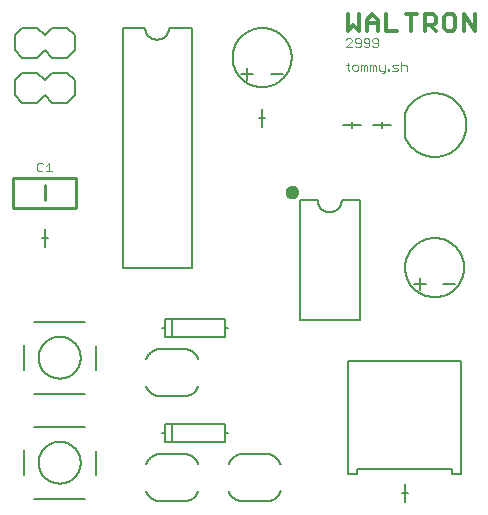
<source format=gto>
G75*
%MOIN*%
%OFA0B0*%
%FSLAX25Y25*%
%IPPOS*%
%LPD*%
%AMOC8*
5,1,8,0,0,1.08239X$1,22.5*
%
%ADD10C,0.00300*%
%ADD11C,0.01400*%
%ADD12C,0.00800*%
%ADD13C,0.01000*%
%ADD14C,0.00600*%
%ADD15C,0.00500*%
D10*
X0024045Y0123034D02*
X0025013Y0123034D01*
X0025497Y0123517D01*
X0026508Y0123034D02*
X0028443Y0123034D01*
X0027476Y0123034D02*
X0027476Y0125936D01*
X0026508Y0124969D01*
X0025497Y0125452D02*
X0025013Y0125936D01*
X0024045Y0125936D01*
X0023562Y0125452D01*
X0023562Y0123517D01*
X0024045Y0123034D01*
X0126414Y0164462D02*
X0128349Y0166397D01*
X0128349Y0166881D01*
X0127866Y0167365D01*
X0126898Y0167365D01*
X0126414Y0166881D01*
X0126414Y0164462D02*
X0128349Y0164462D01*
X0129361Y0164946D02*
X0129845Y0164462D01*
X0130812Y0164462D01*
X0131296Y0164946D01*
X0131296Y0166881D01*
X0130812Y0167365D01*
X0129845Y0167365D01*
X0129361Y0166881D01*
X0129361Y0166397D01*
X0129845Y0165913D01*
X0131296Y0165913D01*
X0132308Y0166397D02*
X0132791Y0165913D01*
X0134242Y0165913D01*
X0134242Y0164946D02*
X0134242Y0166881D01*
X0133759Y0167365D01*
X0132791Y0167365D01*
X0132308Y0166881D01*
X0132308Y0166397D01*
X0132308Y0164946D02*
X0132791Y0164462D01*
X0133759Y0164462D01*
X0134242Y0164946D01*
X0135254Y0164946D02*
X0135738Y0164462D01*
X0136705Y0164462D01*
X0137189Y0164946D01*
X0137189Y0166881D01*
X0136705Y0167365D01*
X0135738Y0167365D01*
X0135254Y0166881D01*
X0135254Y0166397D01*
X0135738Y0165913D01*
X0137189Y0165913D01*
X0137418Y0158592D02*
X0137418Y0157141D01*
X0137902Y0156657D01*
X0139353Y0156657D01*
X0139353Y0156173D02*
X0138870Y0155689D01*
X0138386Y0155689D01*
X0139353Y0156173D02*
X0139353Y0158592D01*
X0140365Y0157141D02*
X0140849Y0157141D01*
X0140849Y0156657D01*
X0140365Y0156657D01*
X0140365Y0157141D01*
X0141838Y0156657D02*
X0143289Y0156657D01*
X0143773Y0157141D01*
X0143289Y0157624D01*
X0142322Y0157624D01*
X0141838Y0158108D01*
X0142322Y0158592D01*
X0143773Y0158592D01*
X0144785Y0158108D02*
X0145269Y0158592D01*
X0146236Y0158592D01*
X0146720Y0158108D01*
X0146720Y0156657D01*
X0144785Y0156657D02*
X0144785Y0159559D01*
X0136407Y0158108D02*
X0136407Y0156657D01*
X0135439Y0156657D02*
X0135439Y0158108D01*
X0135923Y0158592D01*
X0136407Y0158108D01*
X0135439Y0158108D02*
X0134956Y0158592D01*
X0134472Y0158592D01*
X0134472Y0156657D01*
X0133460Y0156657D02*
X0133460Y0158108D01*
X0132977Y0158592D01*
X0132493Y0158108D01*
X0132493Y0156657D01*
X0131525Y0156657D02*
X0131525Y0158592D01*
X0132009Y0158592D01*
X0132493Y0158108D01*
X0130514Y0158108D02*
X0130030Y0158592D01*
X0129063Y0158592D01*
X0128579Y0158108D01*
X0128579Y0157141D01*
X0129063Y0156657D01*
X0130030Y0156657D01*
X0130514Y0157141D01*
X0130514Y0158108D01*
X0127582Y0158592D02*
X0126615Y0158592D01*
X0127098Y0159076D02*
X0127098Y0157141D01*
X0127582Y0156657D01*
D11*
X0126964Y0169815D02*
X0128833Y0171684D01*
X0130701Y0169815D01*
X0130701Y0175420D01*
X0133410Y0173552D02*
X0135278Y0175420D01*
X0137146Y0173552D01*
X0137146Y0169815D01*
X0139855Y0169815D02*
X0143592Y0169815D01*
X0139855Y0169815D02*
X0139855Y0175420D01*
X0137146Y0172618D02*
X0133410Y0172618D01*
X0133410Y0173552D02*
X0133410Y0169815D01*
X0126964Y0169815D02*
X0126964Y0175420D01*
X0146301Y0175420D02*
X0150037Y0175420D01*
X0152746Y0175420D02*
X0155549Y0175420D01*
X0156483Y0174486D01*
X0156483Y0172618D01*
X0155549Y0171684D01*
X0152746Y0171684D01*
X0152746Y0169815D02*
X0152746Y0175420D01*
X0154615Y0171684D02*
X0156483Y0169815D01*
X0159192Y0170750D02*
X0160126Y0169815D01*
X0161994Y0169815D01*
X0162928Y0170750D01*
X0162928Y0174486D01*
X0161994Y0175420D01*
X0160126Y0175420D01*
X0159192Y0174486D01*
X0159192Y0170750D01*
X0165637Y0169815D02*
X0165637Y0175420D01*
X0169374Y0169815D01*
X0169374Y0175420D01*
X0148169Y0175420D02*
X0148169Y0169815D01*
D12*
X0019000Y0030047D02*
X0019000Y0022000D01*
X0022500Y0014000D02*
X0039500Y0014000D01*
X0043000Y0022000D02*
X0043000Y0029929D01*
X0039500Y0038000D02*
X0022500Y0038000D01*
X0022500Y0049000D02*
X0039500Y0049000D01*
X0043000Y0057000D02*
X0043000Y0064929D01*
X0039500Y0073000D02*
X0022500Y0073000D01*
X0019000Y0065047D02*
X0019000Y0057000D01*
X0024000Y0061000D02*
X0024002Y0061172D01*
X0024008Y0061343D01*
X0024019Y0061515D01*
X0024034Y0061686D01*
X0024053Y0061857D01*
X0024076Y0062027D01*
X0024103Y0062197D01*
X0024135Y0062366D01*
X0024170Y0062534D01*
X0024210Y0062701D01*
X0024254Y0062867D01*
X0024301Y0063032D01*
X0024353Y0063196D01*
X0024409Y0063358D01*
X0024469Y0063519D01*
X0024533Y0063679D01*
X0024601Y0063837D01*
X0024672Y0063993D01*
X0024747Y0064147D01*
X0024827Y0064300D01*
X0024909Y0064450D01*
X0024996Y0064599D01*
X0025086Y0064745D01*
X0025180Y0064889D01*
X0025277Y0065031D01*
X0025378Y0065170D01*
X0025482Y0065307D01*
X0025589Y0065441D01*
X0025700Y0065572D01*
X0025813Y0065701D01*
X0025930Y0065827D01*
X0026050Y0065950D01*
X0026173Y0066070D01*
X0026299Y0066187D01*
X0026428Y0066300D01*
X0026559Y0066411D01*
X0026693Y0066518D01*
X0026830Y0066622D01*
X0026969Y0066723D01*
X0027111Y0066820D01*
X0027255Y0066914D01*
X0027401Y0067004D01*
X0027550Y0067091D01*
X0027700Y0067173D01*
X0027853Y0067253D01*
X0028007Y0067328D01*
X0028163Y0067399D01*
X0028321Y0067467D01*
X0028481Y0067531D01*
X0028642Y0067591D01*
X0028804Y0067647D01*
X0028968Y0067699D01*
X0029133Y0067746D01*
X0029299Y0067790D01*
X0029466Y0067830D01*
X0029634Y0067865D01*
X0029803Y0067897D01*
X0029973Y0067924D01*
X0030143Y0067947D01*
X0030314Y0067966D01*
X0030485Y0067981D01*
X0030657Y0067992D01*
X0030828Y0067998D01*
X0031000Y0068000D01*
X0031172Y0067998D01*
X0031343Y0067992D01*
X0031515Y0067981D01*
X0031686Y0067966D01*
X0031857Y0067947D01*
X0032027Y0067924D01*
X0032197Y0067897D01*
X0032366Y0067865D01*
X0032534Y0067830D01*
X0032701Y0067790D01*
X0032867Y0067746D01*
X0033032Y0067699D01*
X0033196Y0067647D01*
X0033358Y0067591D01*
X0033519Y0067531D01*
X0033679Y0067467D01*
X0033837Y0067399D01*
X0033993Y0067328D01*
X0034147Y0067253D01*
X0034300Y0067173D01*
X0034450Y0067091D01*
X0034599Y0067004D01*
X0034745Y0066914D01*
X0034889Y0066820D01*
X0035031Y0066723D01*
X0035170Y0066622D01*
X0035307Y0066518D01*
X0035441Y0066411D01*
X0035572Y0066300D01*
X0035701Y0066187D01*
X0035827Y0066070D01*
X0035950Y0065950D01*
X0036070Y0065827D01*
X0036187Y0065701D01*
X0036300Y0065572D01*
X0036411Y0065441D01*
X0036518Y0065307D01*
X0036622Y0065170D01*
X0036723Y0065031D01*
X0036820Y0064889D01*
X0036914Y0064745D01*
X0037004Y0064599D01*
X0037091Y0064450D01*
X0037173Y0064300D01*
X0037253Y0064147D01*
X0037328Y0063993D01*
X0037399Y0063837D01*
X0037467Y0063679D01*
X0037531Y0063519D01*
X0037591Y0063358D01*
X0037647Y0063196D01*
X0037699Y0063032D01*
X0037746Y0062867D01*
X0037790Y0062701D01*
X0037830Y0062534D01*
X0037865Y0062366D01*
X0037897Y0062197D01*
X0037924Y0062027D01*
X0037947Y0061857D01*
X0037966Y0061686D01*
X0037981Y0061515D01*
X0037992Y0061343D01*
X0037998Y0061172D01*
X0038000Y0061000D01*
X0037998Y0060828D01*
X0037992Y0060657D01*
X0037981Y0060485D01*
X0037966Y0060314D01*
X0037947Y0060143D01*
X0037924Y0059973D01*
X0037897Y0059803D01*
X0037865Y0059634D01*
X0037830Y0059466D01*
X0037790Y0059299D01*
X0037746Y0059133D01*
X0037699Y0058968D01*
X0037647Y0058804D01*
X0037591Y0058642D01*
X0037531Y0058481D01*
X0037467Y0058321D01*
X0037399Y0058163D01*
X0037328Y0058007D01*
X0037253Y0057853D01*
X0037173Y0057700D01*
X0037091Y0057550D01*
X0037004Y0057401D01*
X0036914Y0057255D01*
X0036820Y0057111D01*
X0036723Y0056969D01*
X0036622Y0056830D01*
X0036518Y0056693D01*
X0036411Y0056559D01*
X0036300Y0056428D01*
X0036187Y0056299D01*
X0036070Y0056173D01*
X0035950Y0056050D01*
X0035827Y0055930D01*
X0035701Y0055813D01*
X0035572Y0055700D01*
X0035441Y0055589D01*
X0035307Y0055482D01*
X0035170Y0055378D01*
X0035031Y0055277D01*
X0034889Y0055180D01*
X0034745Y0055086D01*
X0034599Y0054996D01*
X0034450Y0054909D01*
X0034300Y0054827D01*
X0034147Y0054747D01*
X0033993Y0054672D01*
X0033837Y0054601D01*
X0033679Y0054533D01*
X0033519Y0054469D01*
X0033358Y0054409D01*
X0033196Y0054353D01*
X0033032Y0054301D01*
X0032867Y0054254D01*
X0032701Y0054210D01*
X0032534Y0054170D01*
X0032366Y0054135D01*
X0032197Y0054103D01*
X0032027Y0054076D01*
X0031857Y0054053D01*
X0031686Y0054034D01*
X0031515Y0054019D01*
X0031343Y0054008D01*
X0031172Y0054002D01*
X0031000Y0054000D01*
X0030828Y0054002D01*
X0030657Y0054008D01*
X0030485Y0054019D01*
X0030314Y0054034D01*
X0030143Y0054053D01*
X0029973Y0054076D01*
X0029803Y0054103D01*
X0029634Y0054135D01*
X0029466Y0054170D01*
X0029299Y0054210D01*
X0029133Y0054254D01*
X0028968Y0054301D01*
X0028804Y0054353D01*
X0028642Y0054409D01*
X0028481Y0054469D01*
X0028321Y0054533D01*
X0028163Y0054601D01*
X0028007Y0054672D01*
X0027853Y0054747D01*
X0027700Y0054827D01*
X0027550Y0054909D01*
X0027401Y0054996D01*
X0027255Y0055086D01*
X0027111Y0055180D01*
X0026969Y0055277D01*
X0026830Y0055378D01*
X0026693Y0055482D01*
X0026559Y0055589D01*
X0026428Y0055700D01*
X0026299Y0055813D01*
X0026173Y0055930D01*
X0026050Y0056050D01*
X0025930Y0056173D01*
X0025813Y0056299D01*
X0025700Y0056428D01*
X0025589Y0056559D01*
X0025482Y0056693D01*
X0025378Y0056830D01*
X0025277Y0056969D01*
X0025180Y0057111D01*
X0025086Y0057255D01*
X0024996Y0057401D01*
X0024909Y0057550D01*
X0024827Y0057700D01*
X0024747Y0057853D01*
X0024672Y0058007D01*
X0024601Y0058163D01*
X0024533Y0058321D01*
X0024469Y0058481D01*
X0024409Y0058642D01*
X0024353Y0058804D01*
X0024301Y0058968D01*
X0024254Y0059133D01*
X0024210Y0059299D01*
X0024170Y0059466D01*
X0024135Y0059634D01*
X0024103Y0059803D01*
X0024076Y0059973D01*
X0024053Y0060143D01*
X0024034Y0060314D01*
X0024019Y0060485D01*
X0024008Y0060657D01*
X0024002Y0060828D01*
X0024000Y0061000D01*
X0024000Y0026000D02*
X0024002Y0026172D01*
X0024008Y0026343D01*
X0024019Y0026515D01*
X0024034Y0026686D01*
X0024053Y0026857D01*
X0024076Y0027027D01*
X0024103Y0027197D01*
X0024135Y0027366D01*
X0024170Y0027534D01*
X0024210Y0027701D01*
X0024254Y0027867D01*
X0024301Y0028032D01*
X0024353Y0028196D01*
X0024409Y0028358D01*
X0024469Y0028519D01*
X0024533Y0028679D01*
X0024601Y0028837D01*
X0024672Y0028993D01*
X0024747Y0029147D01*
X0024827Y0029300D01*
X0024909Y0029450D01*
X0024996Y0029599D01*
X0025086Y0029745D01*
X0025180Y0029889D01*
X0025277Y0030031D01*
X0025378Y0030170D01*
X0025482Y0030307D01*
X0025589Y0030441D01*
X0025700Y0030572D01*
X0025813Y0030701D01*
X0025930Y0030827D01*
X0026050Y0030950D01*
X0026173Y0031070D01*
X0026299Y0031187D01*
X0026428Y0031300D01*
X0026559Y0031411D01*
X0026693Y0031518D01*
X0026830Y0031622D01*
X0026969Y0031723D01*
X0027111Y0031820D01*
X0027255Y0031914D01*
X0027401Y0032004D01*
X0027550Y0032091D01*
X0027700Y0032173D01*
X0027853Y0032253D01*
X0028007Y0032328D01*
X0028163Y0032399D01*
X0028321Y0032467D01*
X0028481Y0032531D01*
X0028642Y0032591D01*
X0028804Y0032647D01*
X0028968Y0032699D01*
X0029133Y0032746D01*
X0029299Y0032790D01*
X0029466Y0032830D01*
X0029634Y0032865D01*
X0029803Y0032897D01*
X0029973Y0032924D01*
X0030143Y0032947D01*
X0030314Y0032966D01*
X0030485Y0032981D01*
X0030657Y0032992D01*
X0030828Y0032998D01*
X0031000Y0033000D01*
X0031172Y0032998D01*
X0031343Y0032992D01*
X0031515Y0032981D01*
X0031686Y0032966D01*
X0031857Y0032947D01*
X0032027Y0032924D01*
X0032197Y0032897D01*
X0032366Y0032865D01*
X0032534Y0032830D01*
X0032701Y0032790D01*
X0032867Y0032746D01*
X0033032Y0032699D01*
X0033196Y0032647D01*
X0033358Y0032591D01*
X0033519Y0032531D01*
X0033679Y0032467D01*
X0033837Y0032399D01*
X0033993Y0032328D01*
X0034147Y0032253D01*
X0034300Y0032173D01*
X0034450Y0032091D01*
X0034599Y0032004D01*
X0034745Y0031914D01*
X0034889Y0031820D01*
X0035031Y0031723D01*
X0035170Y0031622D01*
X0035307Y0031518D01*
X0035441Y0031411D01*
X0035572Y0031300D01*
X0035701Y0031187D01*
X0035827Y0031070D01*
X0035950Y0030950D01*
X0036070Y0030827D01*
X0036187Y0030701D01*
X0036300Y0030572D01*
X0036411Y0030441D01*
X0036518Y0030307D01*
X0036622Y0030170D01*
X0036723Y0030031D01*
X0036820Y0029889D01*
X0036914Y0029745D01*
X0037004Y0029599D01*
X0037091Y0029450D01*
X0037173Y0029300D01*
X0037253Y0029147D01*
X0037328Y0028993D01*
X0037399Y0028837D01*
X0037467Y0028679D01*
X0037531Y0028519D01*
X0037591Y0028358D01*
X0037647Y0028196D01*
X0037699Y0028032D01*
X0037746Y0027867D01*
X0037790Y0027701D01*
X0037830Y0027534D01*
X0037865Y0027366D01*
X0037897Y0027197D01*
X0037924Y0027027D01*
X0037947Y0026857D01*
X0037966Y0026686D01*
X0037981Y0026515D01*
X0037992Y0026343D01*
X0037998Y0026172D01*
X0038000Y0026000D01*
X0037998Y0025828D01*
X0037992Y0025657D01*
X0037981Y0025485D01*
X0037966Y0025314D01*
X0037947Y0025143D01*
X0037924Y0024973D01*
X0037897Y0024803D01*
X0037865Y0024634D01*
X0037830Y0024466D01*
X0037790Y0024299D01*
X0037746Y0024133D01*
X0037699Y0023968D01*
X0037647Y0023804D01*
X0037591Y0023642D01*
X0037531Y0023481D01*
X0037467Y0023321D01*
X0037399Y0023163D01*
X0037328Y0023007D01*
X0037253Y0022853D01*
X0037173Y0022700D01*
X0037091Y0022550D01*
X0037004Y0022401D01*
X0036914Y0022255D01*
X0036820Y0022111D01*
X0036723Y0021969D01*
X0036622Y0021830D01*
X0036518Y0021693D01*
X0036411Y0021559D01*
X0036300Y0021428D01*
X0036187Y0021299D01*
X0036070Y0021173D01*
X0035950Y0021050D01*
X0035827Y0020930D01*
X0035701Y0020813D01*
X0035572Y0020700D01*
X0035441Y0020589D01*
X0035307Y0020482D01*
X0035170Y0020378D01*
X0035031Y0020277D01*
X0034889Y0020180D01*
X0034745Y0020086D01*
X0034599Y0019996D01*
X0034450Y0019909D01*
X0034300Y0019827D01*
X0034147Y0019747D01*
X0033993Y0019672D01*
X0033837Y0019601D01*
X0033679Y0019533D01*
X0033519Y0019469D01*
X0033358Y0019409D01*
X0033196Y0019353D01*
X0033032Y0019301D01*
X0032867Y0019254D01*
X0032701Y0019210D01*
X0032534Y0019170D01*
X0032366Y0019135D01*
X0032197Y0019103D01*
X0032027Y0019076D01*
X0031857Y0019053D01*
X0031686Y0019034D01*
X0031515Y0019019D01*
X0031343Y0019008D01*
X0031172Y0019002D01*
X0031000Y0019000D01*
X0030828Y0019002D01*
X0030657Y0019008D01*
X0030485Y0019019D01*
X0030314Y0019034D01*
X0030143Y0019053D01*
X0029973Y0019076D01*
X0029803Y0019103D01*
X0029634Y0019135D01*
X0029466Y0019170D01*
X0029299Y0019210D01*
X0029133Y0019254D01*
X0028968Y0019301D01*
X0028804Y0019353D01*
X0028642Y0019409D01*
X0028481Y0019469D01*
X0028321Y0019533D01*
X0028163Y0019601D01*
X0028007Y0019672D01*
X0027853Y0019747D01*
X0027700Y0019827D01*
X0027550Y0019909D01*
X0027401Y0019996D01*
X0027255Y0020086D01*
X0027111Y0020180D01*
X0026969Y0020277D01*
X0026830Y0020378D01*
X0026693Y0020482D01*
X0026559Y0020589D01*
X0026428Y0020700D01*
X0026299Y0020813D01*
X0026173Y0020930D01*
X0026050Y0021050D01*
X0025930Y0021173D01*
X0025813Y0021299D01*
X0025700Y0021428D01*
X0025589Y0021559D01*
X0025482Y0021693D01*
X0025378Y0021830D01*
X0025277Y0021969D01*
X0025180Y0022111D01*
X0025086Y0022255D01*
X0024996Y0022401D01*
X0024909Y0022550D01*
X0024827Y0022700D01*
X0024747Y0022853D01*
X0024672Y0023007D01*
X0024601Y0023163D01*
X0024533Y0023321D01*
X0024469Y0023481D01*
X0024409Y0023642D01*
X0024353Y0023804D01*
X0024301Y0023968D01*
X0024254Y0024133D01*
X0024210Y0024299D01*
X0024170Y0024466D01*
X0024135Y0024634D01*
X0024103Y0024803D01*
X0024076Y0024973D01*
X0024053Y0025143D01*
X0024034Y0025314D01*
X0024019Y0025485D01*
X0024008Y0025657D01*
X0024002Y0025828D01*
X0024000Y0026000D01*
X0059844Y0025443D02*
X0059888Y0025575D01*
X0059936Y0025705D01*
X0059987Y0025834D01*
X0060042Y0025961D01*
X0060101Y0026087D01*
X0060163Y0026211D01*
X0060228Y0026334D01*
X0060297Y0026454D01*
X0060369Y0026572D01*
X0060445Y0026689D01*
X0060524Y0026803D01*
X0060606Y0026915D01*
X0060691Y0027024D01*
X0060779Y0027132D01*
X0060870Y0027236D01*
X0060964Y0027338D01*
X0061061Y0027437D01*
X0061161Y0027534D01*
X0061263Y0027628D01*
X0061368Y0027718D01*
X0061475Y0027806D01*
X0061585Y0027891D01*
X0061697Y0027972D01*
X0061812Y0028051D01*
X0061928Y0028126D01*
X0062047Y0028198D01*
X0062168Y0028266D01*
X0062290Y0028331D01*
X0062415Y0028393D01*
X0062541Y0028451D01*
X0062668Y0028505D01*
X0062797Y0028556D01*
X0062928Y0028603D01*
X0063060Y0028647D01*
X0063192Y0028687D01*
X0063326Y0028723D01*
X0063461Y0028755D01*
X0063597Y0028783D01*
X0063734Y0028808D01*
X0063871Y0028829D01*
X0064009Y0028845D01*
X0064147Y0028858D01*
X0064285Y0028868D01*
X0064424Y0028873D01*
X0064562Y0028874D01*
X0064563Y0028874D02*
X0072437Y0028874D01*
X0072575Y0028873D01*
X0072714Y0028868D01*
X0072852Y0028858D01*
X0072990Y0028845D01*
X0073128Y0028829D01*
X0073265Y0028808D01*
X0073402Y0028783D01*
X0073538Y0028755D01*
X0073673Y0028723D01*
X0073807Y0028687D01*
X0073939Y0028647D01*
X0074071Y0028603D01*
X0074202Y0028556D01*
X0074331Y0028505D01*
X0074458Y0028451D01*
X0074584Y0028393D01*
X0074709Y0028331D01*
X0074831Y0028266D01*
X0074952Y0028198D01*
X0075071Y0028126D01*
X0075187Y0028051D01*
X0075302Y0027972D01*
X0075414Y0027891D01*
X0075524Y0027806D01*
X0075631Y0027718D01*
X0075736Y0027628D01*
X0075838Y0027534D01*
X0075938Y0027437D01*
X0076035Y0027338D01*
X0076129Y0027236D01*
X0076220Y0027132D01*
X0076308Y0027024D01*
X0076393Y0026915D01*
X0076475Y0026803D01*
X0076554Y0026689D01*
X0076630Y0026572D01*
X0076702Y0026454D01*
X0076771Y0026334D01*
X0076836Y0026211D01*
X0076898Y0026087D01*
X0076957Y0025961D01*
X0077012Y0025834D01*
X0077063Y0025705D01*
X0077111Y0025575D01*
X0077155Y0025443D01*
X0077155Y0016557D02*
X0077111Y0016425D01*
X0077063Y0016295D01*
X0077012Y0016166D01*
X0076957Y0016039D01*
X0076898Y0015913D01*
X0076836Y0015789D01*
X0076771Y0015666D01*
X0076702Y0015546D01*
X0076630Y0015428D01*
X0076554Y0015311D01*
X0076475Y0015197D01*
X0076393Y0015085D01*
X0076308Y0014976D01*
X0076220Y0014868D01*
X0076129Y0014764D01*
X0076035Y0014662D01*
X0075938Y0014563D01*
X0075838Y0014466D01*
X0075736Y0014372D01*
X0075631Y0014282D01*
X0075524Y0014194D01*
X0075414Y0014109D01*
X0075302Y0014028D01*
X0075187Y0013949D01*
X0075071Y0013874D01*
X0074952Y0013802D01*
X0074831Y0013734D01*
X0074709Y0013669D01*
X0074584Y0013607D01*
X0074458Y0013549D01*
X0074331Y0013495D01*
X0074202Y0013444D01*
X0074071Y0013397D01*
X0073939Y0013353D01*
X0073807Y0013313D01*
X0073673Y0013277D01*
X0073538Y0013245D01*
X0073402Y0013217D01*
X0073265Y0013192D01*
X0073128Y0013171D01*
X0072990Y0013155D01*
X0072852Y0013142D01*
X0072714Y0013132D01*
X0072575Y0013127D01*
X0072437Y0013126D01*
X0064563Y0013126D01*
X0064562Y0013126D02*
X0064424Y0013127D01*
X0064285Y0013132D01*
X0064147Y0013142D01*
X0064009Y0013155D01*
X0063871Y0013171D01*
X0063734Y0013192D01*
X0063597Y0013217D01*
X0063461Y0013245D01*
X0063326Y0013277D01*
X0063192Y0013313D01*
X0063060Y0013353D01*
X0062928Y0013397D01*
X0062797Y0013444D01*
X0062668Y0013495D01*
X0062541Y0013549D01*
X0062415Y0013607D01*
X0062290Y0013669D01*
X0062168Y0013734D01*
X0062047Y0013802D01*
X0061928Y0013874D01*
X0061812Y0013949D01*
X0061697Y0014028D01*
X0061585Y0014109D01*
X0061475Y0014194D01*
X0061368Y0014282D01*
X0061263Y0014372D01*
X0061161Y0014466D01*
X0061061Y0014563D01*
X0060964Y0014662D01*
X0060870Y0014764D01*
X0060779Y0014868D01*
X0060691Y0014976D01*
X0060606Y0015085D01*
X0060524Y0015197D01*
X0060445Y0015311D01*
X0060369Y0015428D01*
X0060297Y0015546D01*
X0060228Y0015666D01*
X0060163Y0015789D01*
X0060101Y0015913D01*
X0060042Y0016039D01*
X0059987Y0016166D01*
X0059936Y0016295D01*
X0059888Y0016425D01*
X0059844Y0016557D01*
X0066000Y0033000D02*
X0066000Y0036000D01*
X0065000Y0036000D01*
X0066000Y0036000D02*
X0066000Y0039000D01*
X0086000Y0039000D01*
X0086000Y0036000D01*
X0087000Y0036000D01*
X0086000Y0036000D02*
X0086000Y0033000D01*
X0066000Y0033000D01*
X0068500Y0033500D02*
X0068500Y0038500D01*
X0072437Y0048126D02*
X0064563Y0048126D01*
X0064562Y0048126D02*
X0064424Y0048127D01*
X0064285Y0048132D01*
X0064147Y0048142D01*
X0064009Y0048155D01*
X0063871Y0048171D01*
X0063734Y0048192D01*
X0063597Y0048217D01*
X0063461Y0048245D01*
X0063326Y0048277D01*
X0063192Y0048313D01*
X0063060Y0048353D01*
X0062928Y0048397D01*
X0062797Y0048444D01*
X0062668Y0048495D01*
X0062541Y0048549D01*
X0062415Y0048607D01*
X0062290Y0048669D01*
X0062168Y0048734D01*
X0062047Y0048802D01*
X0061928Y0048874D01*
X0061812Y0048949D01*
X0061697Y0049028D01*
X0061585Y0049109D01*
X0061475Y0049194D01*
X0061368Y0049282D01*
X0061263Y0049372D01*
X0061161Y0049466D01*
X0061061Y0049563D01*
X0060964Y0049662D01*
X0060870Y0049764D01*
X0060779Y0049868D01*
X0060691Y0049976D01*
X0060606Y0050085D01*
X0060524Y0050197D01*
X0060445Y0050311D01*
X0060369Y0050428D01*
X0060297Y0050546D01*
X0060228Y0050666D01*
X0060163Y0050789D01*
X0060101Y0050913D01*
X0060042Y0051039D01*
X0059987Y0051166D01*
X0059936Y0051295D01*
X0059888Y0051425D01*
X0059844Y0051557D01*
X0059844Y0060443D02*
X0059888Y0060575D01*
X0059936Y0060705D01*
X0059987Y0060834D01*
X0060042Y0060961D01*
X0060101Y0061087D01*
X0060163Y0061211D01*
X0060228Y0061334D01*
X0060297Y0061454D01*
X0060369Y0061572D01*
X0060445Y0061689D01*
X0060524Y0061803D01*
X0060606Y0061915D01*
X0060691Y0062024D01*
X0060779Y0062132D01*
X0060870Y0062236D01*
X0060964Y0062338D01*
X0061061Y0062437D01*
X0061161Y0062534D01*
X0061263Y0062628D01*
X0061368Y0062718D01*
X0061475Y0062806D01*
X0061585Y0062891D01*
X0061697Y0062972D01*
X0061812Y0063051D01*
X0061928Y0063126D01*
X0062047Y0063198D01*
X0062168Y0063266D01*
X0062290Y0063331D01*
X0062415Y0063393D01*
X0062541Y0063451D01*
X0062668Y0063505D01*
X0062797Y0063556D01*
X0062928Y0063603D01*
X0063060Y0063647D01*
X0063192Y0063687D01*
X0063326Y0063723D01*
X0063461Y0063755D01*
X0063597Y0063783D01*
X0063734Y0063808D01*
X0063871Y0063829D01*
X0064009Y0063845D01*
X0064147Y0063858D01*
X0064285Y0063868D01*
X0064424Y0063873D01*
X0064562Y0063874D01*
X0064563Y0063874D02*
X0072437Y0063874D01*
X0072575Y0063873D01*
X0072714Y0063868D01*
X0072852Y0063858D01*
X0072990Y0063845D01*
X0073128Y0063829D01*
X0073265Y0063808D01*
X0073402Y0063783D01*
X0073538Y0063755D01*
X0073673Y0063723D01*
X0073807Y0063687D01*
X0073939Y0063647D01*
X0074071Y0063603D01*
X0074202Y0063556D01*
X0074331Y0063505D01*
X0074458Y0063451D01*
X0074584Y0063393D01*
X0074709Y0063331D01*
X0074831Y0063266D01*
X0074952Y0063198D01*
X0075071Y0063126D01*
X0075187Y0063051D01*
X0075302Y0062972D01*
X0075414Y0062891D01*
X0075524Y0062806D01*
X0075631Y0062718D01*
X0075736Y0062628D01*
X0075838Y0062534D01*
X0075938Y0062437D01*
X0076035Y0062338D01*
X0076129Y0062236D01*
X0076220Y0062132D01*
X0076308Y0062024D01*
X0076393Y0061915D01*
X0076475Y0061803D01*
X0076554Y0061689D01*
X0076630Y0061572D01*
X0076702Y0061454D01*
X0076771Y0061334D01*
X0076836Y0061211D01*
X0076898Y0061087D01*
X0076957Y0060961D01*
X0077012Y0060834D01*
X0077063Y0060705D01*
X0077111Y0060575D01*
X0077155Y0060443D01*
X0077155Y0051557D02*
X0077111Y0051425D01*
X0077063Y0051295D01*
X0077012Y0051166D01*
X0076957Y0051039D01*
X0076898Y0050913D01*
X0076836Y0050789D01*
X0076771Y0050666D01*
X0076702Y0050546D01*
X0076630Y0050428D01*
X0076554Y0050311D01*
X0076475Y0050197D01*
X0076393Y0050085D01*
X0076308Y0049976D01*
X0076220Y0049868D01*
X0076129Y0049764D01*
X0076035Y0049662D01*
X0075938Y0049563D01*
X0075838Y0049466D01*
X0075736Y0049372D01*
X0075631Y0049282D01*
X0075524Y0049194D01*
X0075414Y0049109D01*
X0075302Y0049028D01*
X0075187Y0048949D01*
X0075071Y0048874D01*
X0074952Y0048802D01*
X0074831Y0048734D01*
X0074709Y0048669D01*
X0074584Y0048607D01*
X0074458Y0048549D01*
X0074331Y0048495D01*
X0074202Y0048444D01*
X0074071Y0048397D01*
X0073939Y0048353D01*
X0073807Y0048313D01*
X0073673Y0048277D01*
X0073538Y0048245D01*
X0073402Y0048217D01*
X0073265Y0048192D01*
X0073128Y0048171D01*
X0072990Y0048155D01*
X0072852Y0048142D01*
X0072714Y0048132D01*
X0072575Y0048127D01*
X0072437Y0048126D01*
X0092063Y0028874D02*
X0099937Y0028874D01*
X0100075Y0028873D01*
X0100214Y0028868D01*
X0100352Y0028858D01*
X0100490Y0028845D01*
X0100628Y0028829D01*
X0100765Y0028808D01*
X0100902Y0028783D01*
X0101038Y0028755D01*
X0101173Y0028723D01*
X0101307Y0028687D01*
X0101439Y0028647D01*
X0101571Y0028603D01*
X0101702Y0028556D01*
X0101831Y0028505D01*
X0101958Y0028451D01*
X0102084Y0028393D01*
X0102209Y0028331D01*
X0102331Y0028266D01*
X0102452Y0028198D01*
X0102571Y0028126D01*
X0102687Y0028051D01*
X0102802Y0027972D01*
X0102914Y0027891D01*
X0103024Y0027806D01*
X0103131Y0027718D01*
X0103236Y0027628D01*
X0103338Y0027534D01*
X0103438Y0027437D01*
X0103535Y0027338D01*
X0103629Y0027236D01*
X0103720Y0027132D01*
X0103808Y0027024D01*
X0103893Y0026915D01*
X0103975Y0026803D01*
X0104054Y0026689D01*
X0104130Y0026572D01*
X0104202Y0026454D01*
X0104271Y0026334D01*
X0104336Y0026211D01*
X0104398Y0026087D01*
X0104457Y0025961D01*
X0104512Y0025834D01*
X0104563Y0025705D01*
X0104611Y0025575D01*
X0104655Y0025443D01*
X0104655Y0016557D02*
X0104611Y0016425D01*
X0104563Y0016295D01*
X0104512Y0016166D01*
X0104457Y0016039D01*
X0104398Y0015913D01*
X0104336Y0015789D01*
X0104271Y0015666D01*
X0104202Y0015546D01*
X0104130Y0015428D01*
X0104054Y0015311D01*
X0103975Y0015197D01*
X0103893Y0015085D01*
X0103808Y0014976D01*
X0103720Y0014868D01*
X0103629Y0014764D01*
X0103535Y0014662D01*
X0103438Y0014563D01*
X0103338Y0014466D01*
X0103236Y0014372D01*
X0103131Y0014282D01*
X0103024Y0014194D01*
X0102914Y0014109D01*
X0102802Y0014028D01*
X0102687Y0013949D01*
X0102571Y0013874D01*
X0102452Y0013802D01*
X0102331Y0013734D01*
X0102209Y0013669D01*
X0102084Y0013607D01*
X0101958Y0013549D01*
X0101831Y0013495D01*
X0101702Y0013444D01*
X0101571Y0013397D01*
X0101439Y0013353D01*
X0101307Y0013313D01*
X0101173Y0013277D01*
X0101038Y0013245D01*
X0100902Y0013217D01*
X0100765Y0013192D01*
X0100628Y0013171D01*
X0100490Y0013155D01*
X0100352Y0013142D01*
X0100214Y0013132D01*
X0100075Y0013127D01*
X0099937Y0013126D01*
X0092063Y0013126D01*
X0092062Y0013126D02*
X0091924Y0013127D01*
X0091785Y0013132D01*
X0091647Y0013142D01*
X0091509Y0013155D01*
X0091371Y0013171D01*
X0091234Y0013192D01*
X0091097Y0013217D01*
X0090961Y0013245D01*
X0090826Y0013277D01*
X0090692Y0013313D01*
X0090560Y0013353D01*
X0090428Y0013397D01*
X0090297Y0013444D01*
X0090168Y0013495D01*
X0090041Y0013549D01*
X0089915Y0013607D01*
X0089790Y0013669D01*
X0089668Y0013734D01*
X0089547Y0013802D01*
X0089428Y0013874D01*
X0089312Y0013949D01*
X0089197Y0014028D01*
X0089085Y0014109D01*
X0088975Y0014194D01*
X0088868Y0014282D01*
X0088763Y0014372D01*
X0088661Y0014466D01*
X0088561Y0014563D01*
X0088464Y0014662D01*
X0088370Y0014764D01*
X0088279Y0014868D01*
X0088191Y0014976D01*
X0088106Y0015085D01*
X0088024Y0015197D01*
X0087945Y0015311D01*
X0087869Y0015428D01*
X0087797Y0015546D01*
X0087728Y0015666D01*
X0087663Y0015789D01*
X0087601Y0015913D01*
X0087542Y0016039D01*
X0087487Y0016166D01*
X0087436Y0016295D01*
X0087388Y0016425D01*
X0087344Y0016557D01*
X0087344Y0025443D02*
X0087388Y0025575D01*
X0087436Y0025705D01*
X0087487Y0025834D01*
X0087542Y0025961D01*
X0087601Y0026087D01*
X0087663Y0026211D01*
X0087728Y0026334D01*
X0087797Y0026454D01*
X0087869Y0026572D01*
X0087945Y0026689D01*
X0088024Y0026803D01*
X0088106Y0026915D01*
X0088191Y0027024D01*
X0088279Y0027132D01*
X0088370Y0027236D01*
X0088464Y0027338D01*
X0088561Y0027437D01*
X0088661Y0027534D01*
X0088763Y0027628D01*
X0088868Y0027718D01*
X0088975Y0027806D01*
X0089085Y0027891D01*
X0089197Y0027972D01*
X0089312Y0028051D01*
X0089428Y0028126D01*
X0089547Y0028198D01*
X0089668Y0028266D01*
X0089790Y0028331D01*
X0089915Y0028393D01*
X0090041Y0028451D01*
X0090168Y0028505D01*
X0090297Y0028556D01*
X0090428Y0028603D01*
X0090560Y0028647D01*
X0090692Y0028687D01*
X0090826Y0028723D01*
X0090961Y0028755D01*
X0091097Y0028783D01*
X0091234Y0028808D01*
X0091371Y0028829D01*
X0091509Y0028845D01*
X0091647Y0028858D01*
X0091785Y0028868D01*
X0091924Y0028873D01*
X0092062Y0028874D01*
X0127240Y0022240D02*
X0127240Y0059760D01*
X0164760Y0059760D01*
X0164760Y0022240D01*
X0161748Y0022240D01*
X0161748Y0023815D01*
X0130252Y0023815D01*
X0130252Y0022240D01*
X0127240Y0022240D01*
X0145000Y0016000D02*
X0146000Y0016000D01*
X0147000Y0016000D01*
X0146000Y0016000D02*
X0146000Y0019000D01*
X0146000Y0016000D02*
X0146000Y0013000D01*
X0087000Y0071000D02*
X0086000Y0071000D01*
X0086000Y0068000D01*
X0066000Y0068000D01*
X0066000Y0071000D01*
X0065000Y0071000D01*
X0066000Y0071000D02*
X0066000Y0074000D01*
X0086000Y0074000D01*
X0086000Y0071000D01*
X0068500Y0068500D02*
X0068500Y0073500D01*
X0026000Y0098000D02*
X0026000Y0101000D01*
X0027000Y0101000D01*
X0026000Y0101000D02*
X0025000Y0101000D01*
X0026000Y0101000D02*
X0026000Y0104000D01*
X0023500Y0146000D02*
X0018500Y0146000D01*
X0016000Y0148500D01*
X0016000Y0153500D01*
X0018500Y0156000D01*
X0023500Y0156000D01*
X0026000Y0153500D01*
X0028500Y0156000D01*
X0033500Y0156000D01*
X0036000Y0153500D01*
X0036000Y0148500D01*
X0033500Y0146000D01*
X0028500Y0146000D01*
X0026000Y0148500D01*
X0023500Y0146000D01*
X0023500Y0161000D02*
X0018500Y0161000D01*
X0016000Y0163500D01*
X0016000Y0168500D01*
X0018500Y0171000D01*
X0023500Y0171000D01*
X0026000Y0168500D01*
X0028500Y0171000D01*
X0033500Y0171000D01*
X0036000Y0168500D01*
X0036000Y0163500D01*
X0033500Y0161000D01*
X0028500Y0161000D01*
X0026000Y0163500D01*
X0023500Y0161000D01*
X0091579Y0155500D02*
X0095579Y0155500D01*
X0093579Y0153500D02*
X0093579Y0157500D01*
X0088657Y0161000D02*
X0088660Y0161242D01*
X0088669Y0161483D01*
X0088684Y0161724D01*
X0088704Y0161965D01*
X0088731Y0162205D01*
X0088764Y0162444D01*
X0088802Y0162683D01*
X0088846Y0162920D01*
X0088896Y0163157D01*
X0088952Y0163392D01*
X0089014Y0163625D01*
X0089081Y0163857D01*
X0089154Y0164088D01*
X0089232Y0164316D01*
X0089317Y0164542D01*
X0089406Y0164767D01*
X0089501Y0164989D01*
X0089602Y0165208D01*
X0089708Y0165426D01*
X0089819Y0165640D01*
X0089936Y0165852D01*
X0090057Y0166060D01*
X0090184Y0166266D01*
X0090316Y0166468D01*
X0090453Y0166668D01*
X0090594Y0166863D01*
X0090740Y0167056D01*
X0090891Y0167244D01*
X0091047Y0167429D01*
X0091207Y0167610D01*
X0091371Y0167787D01*
X0091540Y0167960D01*
X0091713Y0168129D01*
X0091890Y0168293D01*
X0092071Y0168453D01*
X0092256Y0168609D01*
X0092444Y0168760D01*
X0092637Y0168906D01*
X0092832Y0169047D01*
X0093032Y0169184D01*
X0093234Y0169316D01*
X0093440Y0169443D01*
X0093648Y0169564D01*
X0093860Y0169681D01*
X0094074Y0169792D01*
X0094292Y0169898D01*
X0094511Y0169999D01*
X0094733Y0170094D01*
X0094958Y0170183D01*
X0095184Y0170268D01*
X0095412Y0170346D01*
X0095643Y0170419D01*
X0095875Y0170486D01*
X0096108Y0170548D01*
X0096343Y0170604D01*
X0096580Y0170654D01*
X0096817Y0170698D01*
X0097056Y0170736D01*
X0097295Y0170769D01*
X0097535Y0170796D01*
X0097776Y0170816D01*
X0098017Y0170831D01*
X0098258Y0170840D01*
X0098500Y0170843D01*
X0098742Y0170840D01*
X0098983Y0170831D01*
X0099224Y0170816D01*
X0099465Y0170796D01*
X0099705Y0170769D01*
X0099944Y0170736D01*
X0100183Y0170698D01*
X0100420Y0170654D01*
X0100657Y0170604D01*
X0100892Y0170548D01*
X0101125Y0170486D01*
X0101357Y0170419D01*
X0101588Y0170346D01*
X0101816Y0170268D01*
X0102042Y0170183D01*
X0102267Y0170094D01*
X0102489Y0169999D01*
X0102708Y0169898D01*
X0102926Y0169792D01*
X0103140Y0169681D01*
X0103352Y0169564D01*
X0103560Y0169443D01*
X0103766Y0169316D01*
X0103968Y0169184D01*
X0104168Y0169047D01*
X0104363Y0168906D01*
X0104556Y0168760D01*
X0104744Y0168609D01*
X0104929Y0168453D01*
X0105110Y0168293D01*
X0105287Y0168129D01*
X0105460Y0167960D01*
X0105629Y0167787D01*
X0105793Y0167610D01*
X0105953Y0167429D01*
X0106109Y0167244D01*
X0106260Y0167056D01*
X0106406Y0166863D01*
X0106547Y0166668D01*
X0106684Y0166468D01*
X0106816Y0166266D01*
X0106943Y0166060D01*
X0107064Y0165852D01*
X0107181Y0165640D01*
X0107292Y0165426D01*
X0107398Y0165208D01*
X0107499Y0164989D01*
X0107594Y0164767D01*
X0107683Y0164542D01*
X0107768Y0164316D01*
X0107846Y0164088D01*
X0107919Y0163857D01*
X0107986Y0163625D01*
X0108048Y0163392D01*
X0108104Y0163157D01*
X0108154Y0162920D01*
X0108198Y0162683D01*
X0108236Y0162444D01*
X0108269Y0162205D01*
X0108296Y0161965D01*
X0108316Y0161724D01*
X0108331Y0161483D01*
X0108340Y0161242D01*
X0108343Y0161000D01*
X0108340Y0160758D01*
X0108331Y0160517D01*
X0108316Y0160276D01*
X0108296Y0160035D01*
X0108269Y0159795D01*
X0108236Y0159556D01*
X0108198Y0159317D01*
X0108154Y0159080D01*
X0108104Y0158843D01*
X0108048Y0158608D01*
X0107986Y0158375D01*
X0107919Y0158143D01*
X0107846Y0157912D01*
X0107768Y0157684D01*
X0107683Y0157458D01*
X0107594Y0157233D01*
X0107499Y0157011D01*
X0107398Y0156792D01*
X0107292Y0156574D01*
X0107181Y0156360D01*
X0107064Y0156148D01*
X0106943Y0155940D01*
X0106816Y0155734D01*
X0106684Y0155532D01*
X0106547Y0155332D01*
X0106406Y0155137D01*
X0106260Y0154944D01*
X0106109Y0154756D01*
X0105953Y0154571D01*
X0105793Y0154390D01*
X0105629Y0154213D01*
X0105460Y0154040D01*
X0105287Y0153871D01*
X0105110Y0153707D01*
X0104929Y0153547D01*
X0104744Y0153391D01*
X0104556Y0153240D01*
X0104363Y0153094D01*
X0104168Y0152953D01*
X0103968Y0152816D01*
X0103766Y0152684D01*
X0103560Y0152557D01*
X0103352Y0152436D01*
X0103140Y0152319D01*
X0102926Y0152208D01*
X0102708Y0152102D01*
X0102489Y0152001D01*
X0102267Y0151906D01*
X0102042Y0151817D01*
X0101816Y0151732D01*
X0101588Y0151654D01*
X0101357Y0151581D01*
X0101125Y0151514D01*
X0100892Y0151452D01*
X0100657Y0151396D01*
X0100420Y0151346D01*
X0100183Y0151302D01*
X0099944Y0151264D01*
X0099705Y0151231D01*
X0099465Y0151204D01*
X0099224Y0151184D01*
X0098983Y0151169D01*
X0098742Y0151160D01*
X0098500Y0151157D01*
X0098258Y0151160D01*
X0098017Y0151169D01*
X0097776Y0151184D01*
X0097535Y0151204D01*
X0097295Y0151231D01*
X0097056Y0151264D01*
X0096817Y0151302D01*
X0096580Y0151346D01*
X0096343Y0151396D01*
X0096108Y0151452D01*
X0095875Y0151514D01*
X0095643Y0151581D01*
X0095412Y0151654D01*
X0095184Y0151732D01*
X0094958Y0151817D01*
X0094733Y0151906D01*
X0094511Y0152001D01*
X0094292Y0152102D01*
X0094074Y0152208D01*
X0093860Y0152319D01*
X0093648Y0152436D01*
X0093440Y0152557D01*
X0093234Y0152684D01*
X0093032Y0152816D01*
X0092832Y0152953D01*
X0092637Y0153094D01*
X0092444Y0153240D01*
X0092256Y0153391D01*
X0092071Y0153547D01*
X0091890Y0153707D01*
X0091713Y0153871D01*
X0091540Y0154040D01*
X0091371Y0154213D01*
X0091207Y0154390D01*
X0091047Y0154571D01*
X0090891Y0154756D01*
X0090740Y0154944D01*
X0090594Y0155137D01*
X0090453Y0155332D01*
X0090316Y0155532D01*
X0090184Y0155734D01*
X0090057Y0155940D01*
X0089936Y0156148D01*
X0089819Y0156360D01*
X0089708Y0156574D01*
X0089602Y0156792D01*
X0089501Y0157011D01*
X0089406Y0157233D01*
X0089317Y0157458D01*
X0089232Y0157684D01*
X0089154Y0157912D01*
X0089081Y0158143D01*
X0089014Y0158375D01*
X0088952Y0158608D01*
X0088896Y0158843D01*
X0088846Y0159080D01*
X0088802Y0159317D01*
X0088764Y0159556D01*
X0088731Y0159795D01*
X0088704Y0160035D01*
X0088684Y0160276D01*
X0088669Y0160517D01*
X0088660Y0160758D01*
X0088657Y0161000D01*
X0101421Y0155500D02*
X0105421Y0155500D01*
X0098500Y0144000D02*
X0098500Y0141000D01*
X0097500Y0141000D01*
X0098500Y0141000D02*
X0099500Y0141000D01*
X0098500Y0141000D02*
X0098500Y0138000D01*
X0111000Y0113500D02*
X0117000Y0113500D01*
X0117002Y0113374D01*
X0117008Y0113249D01*
X0117018Y0113124D01*
X0117032Y0112999D01*
X0117049Y0112874D01*
X0117071Y0112750D01*
X0117096Y0112627D01*
X0117126Y0112505D01*
X0117159Y0112384D01*
X0117196Y0112264D01*
X0117236Y0112145D01*
X0117281Y0112028D01*
X0117329Y0111911D01*
X0117381Y0111797D01*
X0117436Y0111684D01*
X0117495Y0111573D01*
X0117557Y0111464D01*
X0117623Y0111357D01*
X0117692Y0111252D01*
X0117764Y0111149D01*
X0117839Y0111048D01*
X0117918Y0110950D01*
X0118000Y0110855D01*
X0118084Y0110762D01*
X0118172Y0110672D01*
X0118262Y0110584D01*
X0118355Y0110500D01*
X0118450Y0110418D01*
X0118548Y0110339D01*
X0118649Y0110264D01*
X0118752Y0110192D01*
X0118857Y0110123D01*
X0118964Y0110057D01*
X0119073Y0109995D01*
X0119184Y0109936D01*
X0119297Y0109881D01*
X0119411Y0109829D01*
X0119528Y0109781D01*
X0119645Y0109736D01*
X0119764Y0109696D01*
X0119884Y0109659D01*
X0120005Y0109626D01*
X0120127Y0109596D01*
X0120250Y0109571D01*
X0120374Y0109549D01*
X0120499Y0109532D01*
X0120624Y0109518D01*
X0120749Y0109508D01*
X0120874Y0109502D01*
X0121000Y0109500D01*
X0121126Y0109502D01*
X0121251Y0109508D01*
X0121376Y0109518D01*
X0121501Y0109532D01*
X0121626Y0109549D01*
X0121750Y0109571D01*
X0121873Y0109596D01*
X0121995Y0109626D01*
X0122116Y0109659D01*
X0122236Y0109696D01*
X0122355Y0109736D01*
X0122472Y0109781D01*
X0122589Y0109829D01*
X0122703Y0109881D01*
X0122816Y0109936D01*
X0122927Y0109995D01*
X0123036Y0110057D01*
X0123143Y0110123D01*
X0123248Y0110192D01*
X0123351Y0110264D01*
X0123452Y0110339D01*
X0123550Y0110418D01*
X0123645Y0110500D01*
X0123738Y0110584D01*
X0123828Y0110672D01*
X0123916Y0110762D01*
X0124000Y0110855D01*
X0124082Y0110950D01*
X0124161Y0111048D01*
X0124236Y0111149D01*
X0124308Y0111252D01*
X0124377Y0111357D01*
X0124443Y0111464D01*
X0124505Y0111573D01*
X0124564Y0111684D01*
X0124619Y0111797D01*
X0124671Y0111911D01*
X0124719Y0112028D01*
X0124764Y0112145D01*
X0124804Y0112264D01*
X0124841Y0112384D01*
X0124874Y0112505D01*
X0124904Y0112627D01*
X0124929Y0112750D01*
X0124951Y0112874D01*
X0124968Y0112999D01*
X0124982Y0113124D01*
X0124992Y0113249D01*
X0124998Y0113374D01*
X0125000Y0113500D01*
X0131000Y0113500D01*
X0131000Y0073500D01*
X0111000Y0073500D01*
X0111000Y0113500D01*
X0128500Y0137500D02*
X0128500Y0138500D01*
X0128500Y0139500D01*
X0128500Y0138500D02*
X0125500Y0138500D01*
X0128500Y0138500D02*
X0131500Y0138500D01*
X0135500Y0138500D02*
X0138500Y0138500D01*
X0138500Y0137500D01*
X0138500Y0138500D02*
X0138500Y0139500D01*
X0138500Y0138500D02*
X0141500Y0138500D01*
X0146157Y0091000D02*
X0146160Y0091242D01*
X0146169Y0091483D01*
X0146184Y0091724D01*
X0146204Y0091965D01*
X0146231Y0092205D01*
X0146264Y0092444D01*
X0146302Y0092683D01*
X0146346Y0092920D01*
X0146396Y0093157D01*
X0146452Y0093392D01*
X0146514Y0093625D01*
X0146581Y0093857D01*
X0146654Y0094088D01*
X0146732Y0094316D01*
X0146817Y0094542D01*
X0146906Y0094767D01*
X0147001Y0094989D01*
X0147102Y0095208D01*
X0147208Y0095426D01*
X0147319Y0095640D01*
X0147436Y0095852D01*
X0147557Y0096060D01*
X0147684Y0096266D01*
X0147816Y0096468D01*
X0147953Y0096668D01*
X0148094Y0096863D01*
X0148240Y0097056D01*
X0148391Y0097244D01*
X0148547Y0097429D01*
X0148707Y0097610D01*
X0148871Y0097787D01*
X0149040Y0097960D01*
X0149213Y0098129D01*
X0149390Y0098293D01*
X0149571Y0098453D01*
X0149756Y0098609D01*
X0149944Y0098760D01*
X0150137Y0098906D01*
X0150332Y0099047D01*
X0150532Y0099184D01*
X0150734Y0099316D01*
X0150940Y0099443D01*
X0151148Y0099564D01*
X0151360Y0099681D01*
X0151574Y0099792D01*
X0151792Y0099898D01*
X0152011Y0099999D01*
X0152233Y0100094D01*
X0152458Y0100183D01*
X0152684Y0100268D01*
X0152912Y0100346D01*
X0153143Y0100419D01*
X0153375Y0100486D01*
X0153608Y0100548D01*
X0153843Y0100604D01*
X0154080Y0100654D01*
X0154317Y0100698D01*
X0154556Y0100736D01*
X0154795Y0100769D01*
X0155035Y0100796D01*
X0155276Y0100816D01*
X0155517Y0100831D01*
X0155758Y0100840D01*
X0156000Y0100843D01*
X0156242Y0100840D01*
X0156483Y0100831D01*
X0156724Y0100816D01*
X0156965Y0100796D01*
X0157205Y0100769D01*
X0157444Y0100736D01*
X0157683Y0100698D01*
X0157920Y0100654D01*
X0158157Y0100604D01*
X0158392Y0100548D01*
X0158625Y0100486D01*
X0158857Y0100419D01*
X0159088Y0100346D01*
X0159316Y0100268D01*
X0159542Y0100183D01*
X0159767Y0100094D01*
X0159989Y0099999D01*
X0160208Y0099898D01*
X0160426Y0099792D01*
X0160640Y0099681D01*
X0160852Y0099564D01*
X0161060Y0099443D01*
X0161266Y0099316D01*
X0161468Y0099184D01*
X0161668Y0099047D01*
X0161863Y0098906D01*
X0162056Y0098760D01*
X0162244Y0098609D01*
X0162429Y0098453D01*
X0162610Y0098293D01*
X0162787Y0098129D01*
X0162960Y0097960D01*
X0163129Y0097787D01*
X0163293Y0097610D01*
X0163453Y0097429D01*
X0163609Y0097244D01*
X0163760Y0097056D01*
X0163906Y0096863D01*
X0164047Y0096668D01*
X0164184Y0096468D01*
X0164316Y0096266D01*
X0164443Y0096060D01*
X0164564Y0095852D01*
X0164681Y0095640D01*
X0164792Y0095426D01*
X0164898Y0095208D01*
X0164999Y0094989D01*
X0165094Y0094767D01*
X0165183Y0094542D01*
X0165268Y0094316D01*
X0165346Y0094088D01*
X0165419Y0093857D01*
X0165486Y0093625D01*
X0165548Y0093392D01*
X0165604Y0093157D01*
X0165654Y0092920D01*
X0165698Y0092683D01*
X0165736Y0092444D01*
X0165769Y0092205D01*
X0165796Y0091965D01*
X0165816Y0091724D01*
X0165831Y0091483D01*
X0165840Y0091242D01*
X0165843Y0091000D01*
X0165840Y0090758D01*
X0165831Y0090517D01*
X0165816Y0090276D01*
X0165796Y0090035D01*
X0165769Y0089795D01*
X0165736Y0089556D01*
X0165698Y0089317D01*
X0165654Y0089080D01*
X0165604Y0088843D01*
X0165548Y0088608D01*
X0165486Y0088375D01*
X0165419Y0088143D01*
X0165346Y0087912D01*
X0165268Y0087684D01*
X0165183Y0087458D01*
X0165094Y0087233D01*
X0164999Y0087011D01*
X0164898Y0086792D01*
X0164792Y0086574D01*
X0164681Y0086360D01*
X0164564Y0086148D01*
X0164443Y0085940D01*
X0164316Y0085734D01*
X0164184Y0085532D01*
X0164047Y0085332D01*
X0163906Y0085137D01*
X0163760Y0084944D01*
X0163609Y0084756D01*
X0163453Y0084571D01*
X0163293Y0084390D01*
X0163129Y0084213D01*
X0162960Y0084040D01*
X0162787Y0083871D01*
X0162610Y0083707D01*
X0162429Y0083547D01*
X0162244Y0083391D01*
X0162056Y0083240D01*
X0161863Y0083094D01*
X0161668Y0082953D01*
X0161468Y0082816D01*
X0161266Y0082684D01*
X0161060Y0082557D01*
X0160852Y0082436D01*
X0160640Y0082319D01*
X0160426Y0082208D01*
X0160208Y0082102D01*
X0159989Y0082001D01*
X0159767Y0081906D01*
X0159542Y0081817D01*
X0159316Y0081732D01*
X0159088Y0081654D01*
X0158857Y0081581D01*
X0158625Y0081514D01*
X0158392Y0081452D01*
X0158157Y0081396D01*
X0157920Y0081346D01*
X0157683Y0081302D01*
X0157444Y0081264D01*
X0157205Y0081231D01*
X0156965Y0081204D01*
X0156724Y0081184D01*
X0156483Y0081169D01*
X0156242Y0081160D01*
X0156000Y0081157D01*
X0155758Y0081160D01*
X0155517Y0081169D01*
X0155276Y0081184D01*
X0155035Y0081204D01*
X0154795Y0081231D01*
X0154556Y0081264D01*
X0154317Y0081302D01*
X0154080Y0081346D01*
X0153843Y0081396D01*
X0153608Y0081452D01*
X0153375Y0081514D01*
X0153143Y0081581D01*
X0152912Y0081654D01*
X0152684Y0081732D01*
X0152458Y0081817D01*
X0152233Y0081906D01*
X0152011Y0082001D01*
X0151792Y0082102D01*
X0151574Y0082208D01*
X0151360Y0082319D01*
X0151148Y0082436D01*
X0150940Y0082557D01*
X0150734Y0082684D01*
X0150532Y0082816D01*
X0150332Y0082953D01*
X0150137Y0083094D01*
X0149944Y0083240D01*
X0149756Y0083391D01*
X0149571Y0083547D01*
X0149390Y0083707D01*
X0149213Y0083871D01*
X0149040Y0084040D01*
X0148871Y0084213D01*
X0148707Y0084390D01*
X0148547Y0084571D01*
X0148391Y0084756D01*
X0148240Y0084944D01*
X0148094Y0085137D01*
X0147953Y0085332D01*
X0147816Y0085532D01*
X0147684Y0085734D01*
X0147557Y0085940D01*
X0147436Y0086148D01*
X0147319Y0086360D01*
X0147208Y0086574D01*
X0147102Y0086792D01*
X0147001Y0087011D01*
X0146906Y0087233D01*
X0146817Y0087458D01*
X0146732Y0087684D01*
X0146654Y0087912D01*
X0146581Y0088143D01*
X0146514Y0088375D01*
X0146452Y0088608D01*
X0146396Y0088843D01*
X0146346Y0089080D01*
X0146302Y0089317D01*
X0146264Y0089556D01*
X0146231Y0089795D01*
X0146204Y0090035D01*
X0146184Y0090276D01*
X0146169Y0090517D01*
X0146160Y0090758D01*
X0146157Y0091000D01*
X0151079Y0087500D02*
X0151079Y0083500D01*
X0149079Y0085500D02*
X0153079Y0085500D01*
X0158921Y0085500D02*
X0162921Y0085500D01*
D13*
X0036500Y0111000D02*
X0015500Y0111000D01*
X0015500Y0121000D01*
X0036500Y0121000D01*
X0036500Y0111000D01*
X0026000Y0113500D02*
X0026000Y0118500D01*
D14*
X0052000Y0091000D02*
X0075000Y0091000D01*
X0075000Y0171000D01*
X0067500Y0171000D01*
X0067498Y0170874D01*
X0067492Y0170749D01*
X0067482Y0170624D01*
X0067468Y0170499D01*
X0067451Y0170374D01*
X0067429Y0170250D01*
X0067404Y0170127D01*
X0067374Y0170005D01*
X0067341Y0169884D01*
X0067304Y0169764D01*
X0067264Y0169645D01*
X0067219Y0169528D01*
X0067171Y0169411D01*
X0067119Y0169297D01*
X0067064Y0169184D01*
X0067005Y0169073D01*
X0066943Y0168964D01*
X0066877Y0168857D01*
X0066808Y0168752D01*
X0066736Y0168649D01*
X0066661Y0168548D01*
X0066582Y0168450D01*
X0066500Y0168355D01*
X0066416Y0168262D01*
X0066328Y0168172D01*
X0066238Y0168084D01*
X0066145Y0168000D01*
X0066050Y0167918D01*
X0065952Y0167839D01*
X0065851Y0167764D01*
X0065748Y0167692D01*
X0065643Y0167623D01*
X0065536Y0167557D01*
X0065427Y0167495D01*
X0065316Y0167436D01*
X0065203Y0167381D01*
X0065089Y0167329D01*
X0064972Y0167281D01*
X0064855Y0167236D01*
X0064736Y0167196D01*
X0064616Y0167159D01*
X0064495Y0167126D01*
X0064373Y0167096D01*
X0064250Y0167071D01*
X0064126Y0167049D01*
X0064001Y0167032D01*
X0063876Y0167018D01*
X0063751Y0167008D01*
X0063626Y0167002D01*
X0063500Y0167000D01*
X0063374Y0167002D01*
X0063249Y0167008D01*
X0063124Y0167018D01*
X0062999Y0167032D01*
X0062874Y0167049D01*
X0062750Y0167071D01*
X0062627Y0167096D01*
X0062505Y0167126D01*
X0062384Y0167159D01*
X0062264Y0167196D01*
X0062145Y0167236D01*
X0062028Y0167281D01*
X0061911Y0167329D01*
X0061797Y0167381D01*
X0061684Y0167436D01*
X0061573Y0167495D01*
X0061464Y0167557D01*
X0061357Y0167623D01*
X0061252Y0167692D01*
X0061149Y0167764D01*
X0061048Y0167839D01*
X0060950Y0167918D01*
X0060855Y0168000D01*
X0060762Y0168084D01*
X0060672Y0168172D01*
X0060584Y0168262D01*
X0060500Y0168355D01*
X0060418Y0168450D01*
X0060339Y0168548D01*
X0060264Y0168649D01*
X0060192Y0168752D01*
X0060123Y0168857D01*
X0060057Y0168964D01*
X0059995Y0169073D01*
X0059936Y0169184D01*
X0059881Y0169297D01*
X0059829Y0169411D01*
X0059781Y0169528D01*
X0059736Y0169645D01*
X0059696Y0169764D01*
X0059659Y0169884D01*
X0059626Y0170005D01*
X0059596Y0170127D01*
X0059571Y0170250D01*
X0059549Y0170374D01*
X0059532Y0170499D01*
X0059518Y0170624D01*
X0059508Y0170749D01*
X0059502Y0170874D01*
X0059500Y0171000D01*
X0052000Y0171000D01*
X0052000Y0091000D01*
D15*
X0106811Y0115186D02*
X0106672Y0115583D01*
X0106625Y0116000D01*
X0106672Y0116417D01*
X0106811Y0116814D01*
X0107034Y0117169D01*
X0107331Y0117466D01*
X0107686Y0117689D01*
X0108083Y0117828D01*
X0108500Y0117875D01*
X0108917Y0117828D01*
X0109314Y0117689D01*
X0109669Y0117466D01*
X0109966Y0117169D01*
X0110189Y0116814D01*
X0110328Y0116417D01*
X0110375Y0116000D01*
X0110328Y0115583D01*
X0110189Y0115186D01*
X0109966Y0114831D01*
X0109669Y0114534D01*
X0109314Y0114311D01*
X0108917Y0114172D01*
X0108500Y0114125D01*
X0108083Y0114172D01*
X0107686Y0114311D01*
X0107331Y0114534D01*
X0107034Y0114831D01*
X0106811Y0115186D01*
X0106828Y0115159D02*
X0110172Y0115159D01*
X0110336Y0115658D02*
X0106664Y0115658D01*
X0106643Y0116156D02*
X0110357Y0116156D01*
X0110245Y0116655D02*
X0106755Y0116655D01*
X0107024Y0117153D02*
X0109976Y0117153D01*
X0109373Y0117652D02*
X0107627Y0117652D01*
X0107204Y0114661D02*
X0109796Y0114661D01*
X0108829Y0114162D02*
X0108171Y0114162D01*
X0146157Y0134563D02*
X0146157Y0142437D01*
X0146257Y0142677D01*
X0146362Y0142915D01*
X0146474Y0143151D01*
X0146591Y0143383D01*
X0146713Y0143612D01*
X0146841Y0143839D01*
X0146975Y0144062D01*
X0147114Y0144282D01*
X0147259Y0144498D01*
X0147409Y0144711D01*
X0147564Y0144920D01*
X0147724Y0145125D01*
X0147889Y0145326D01*
X0148059Y0145523D01*
X0148234Y0145716D01*
X0148413Y0145904D01*
X0148597Y0146088D01*
X0148785Y0146267D01*
X0148978Y0146442D01*
X0149175Y0146612D01*
X0149376Y0146777D01*
X0149582Y0146937D01*
X0149790Y0147092D01*
X0150003Y0147242D01*
X0150220Y0147386D01*
X0150439Y0147526D01*
X0150663Y0147659D01*
X0150889Y0147788D01*
X0151118Y0147910D01*
X0151351Y0148027D01*
X0151586Y0148138D01*
X0151824Y0148244D01*
X0152064Y0148343D01*
X0152307Y0148437D01*
X0152552Y0148525D01*
X0152799Y0148606D01*
X0153048Y0148682D01*
X0153299Y0148751D01*
X0153551Y0148814D01*
X0153805Y0148871D01*
X0154060Y0148922D01*
X0154316Y0148966D01*
X0154574Y0149005D01*
X0154832Y0149036D01*
X0155091Y0149062D01*
X0155350Y0149081D01*
X0155610Y0149094D01*
X0155870Y0149100D01*
X0156131Y0149100D01*
X0156391Y0149094D01*
X0156651Y0149081D01*
X0156910Y0149062D01*
X0157169Y0149036D01*
X0157427Y0149005D01*
X0157684Y0148966D01*
X0157941Y0148922D01*
X0158196Y0148871D01*
X0158450Y0148814D01*
X0158702Y0148751D01*
X0158953Y0148681D01*
X0159202Y0148606D01*
X0159449Y0148524D01*
X0159694Y0148437D01*
X0159937Y0148343D01*
X0160177Y0148243D01*
X0160415Y0148138D01*
X0160650Y0148027D01*
X0160882Y0147910D01*
X0161112Y0147787D01*
X0161338Y0147659D01*
X0161561Y0147525D01*
X0161781Y0147386D01*
X0161998Y0147241D01*
X0162210Y0147091D01*
X0162419Y0146936D01*
X0162624Y0146776D01*
X0162825Y0146611D01*
X0163022Y0146441D01*
X0163215Y0146267D01*
X0163404Y0146087D01*
X0163588Y0145903D01*
X0163767Y0145715D01*
X0163942Y0145522D01*
X0164112Y0145325D01*
X0164277Y0145124D01*
X0164437Y0144919D01*
X0164592Y0144710D01*
X0164742Y0144497D01*
X0164886Y0144281D01*
X0165025Y0144061D01*
X0165159Y0143838D01*
X0165287Y0143611D01*
X0165410Y0143382D01*
X0165527Y0143150D01*
X0165638Y0142914D01*
X0165744Y0142677D01*
X0165843Y0142436D01*
X0165937Y0142193D01*
X0166024Y0141949D01*
X0166106Y0141701D01*
X0166182Y0141453D01*
X0166251Y0141202D01*
X0166314Y0140949D01*
X0166371Y0140696D01*
X0166422Y0140440D01*
X0166466Y0140184D01*
X0166505Y0139927D01*
X0166536Y0139668D01*
X0166562Y0139410D01*
X0166581Y0139150D01*
X0166594Y0138890D01*
X0166600Y0138630D01*
X0166600Y0138370D01*
X0166594Y0138110D01*
X0166581Y0137850D01*
X0166562Y0137590D01*
X0166536Y0137332D01*
X0166505Y0137073D01*
X0166466Y0136816D01*
X0166422Y0136560D01*
X0166371Y0136304D01*
X0166314Y0136051D01*
X0166251Y0135798D01*
X0166182Y0135547D01*
X0166106Y0135299D01*
X0166024Y0135051D01*
X0165937Y0134807D01*
X0165843Y0134564D01*
X0165744Y0134323D01*
X0165638Y0134086D01*
X0165527Y0133850D01*
X0165410Y0133618D01*
X0165287Y0133389D01*
X0165159Y0133162D01*
X0165025Y0132939D01*
X0164886Y0132719D01*
X0164742Y0132503D01*
X0164592Y0132290D01*
X0164437Y0132081D01*
X0164277Y0131876D01*
X0164112Y0131675D01*
X0163942Y0131478D01*
X0163767Y0131285D01*
X0163588Y0131097D01*
X0163404Y0130913D01*
X0163215Y0130733D01*
X0163022Y0130559D01*
X0162825Y0130389D01*
X0162624Y0130224D01*
X0162419Y0130064D01*
X0162210Y0129909D01*
X0161998Y0129759D01*
X0161781Y0129614D01*
X0161561Y0129475D01*
X0161338Y0129341D01*
X0161112Y0129213D01*
X0160882Y0129090D01*
X0160650Y0128973D01*
X0160415Y0128862D01*
X0160177Y0128757D01*
X0159937Y0128657D01*
X0159694Y0128563D01*
X0159449Y0128476D01*
X0159202Y0128394D01*
X0158953Y0128319D01*
X0158702Y0128249D01*
X0158450Y0128186D01*
X0158196Y0128129D01*
X0157941Y0128078D01*
X0157684Y0128034D01*
X0157427Y0127995D01*
X0157169Y0127964D01*
X0156910Y0127938D01*
X0156651Y0127919D01*
X0156391Y0127906D01*
X0156131Y0127900D01*
X0155870Y0127900D01*
X0155610Y0127906D01*
X0155350Y0127919D01*
X0155091Y0127938D01*
X0154832Y0127964D01*
X0154574Y0127995D01*
X0154316Y0128034D01*
X0154060Y0128078D01*
X0153805Y0128129D01*
X0153551Y0128186D01*
X0153299Y0128249D01*
X0153048Y0128318D01*
X0152799Y0128394D01*
X0152552Y0128475D01*
X0152307Y0128563D01*
X0152064Y0128657D01*
X0151824Y0128756D01*
X0151586Y0128862D01*
X0151351Y0128973D01*
X0151118Y0129090D01*
X0150889Y0129212D01*
X0150663Y0129341D01*
X0150439Y0129474D01*
X0150220Y0129614D01*
X0150003Y0129758D01*
X0149790Y0129908D01*
X0149582Y0130063D01*
X0149376Y0130223D01*
X0149175Y0130388D01*
X0148978Y0130558D01*
X0148785Y0130733D01*
X0148597Y0130912D01*
X0148413Y0131096D01*
X0148234Y0131284D01*
X0148059Y0131477D01*
X0147889Y0131674D01*
X0147724Y0131875D01*
X0147564Y0132080D01*
X0147409Y0132289D01*
X0147259Y0132502D01*
X0147114Y0132718D01*
X0146975Y0132938D01*
X0146841Y0133161D01*
X0146713Y0133388D01*
X0146591Y0133617D01*
X0146474Y0133849D01*
X0146362Y0134085D01*
X0146257Y0134323D01*
X0146157Y0134563D01*
M02*

</source>
